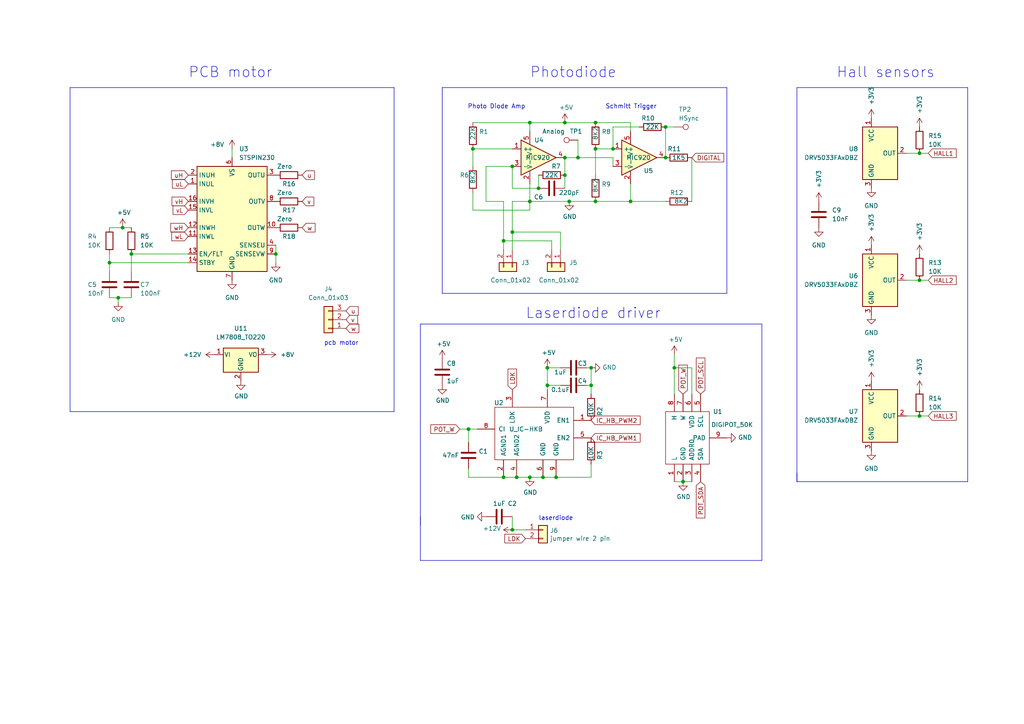
<source format=kicad_sch>
(kicad_sch (version 20230121) (generator eeschema)
  (paper "A4")
  (lib_symbols
    (symbol "Connector:TestPoint" (pin_numbers hide) (pin_names (offset 0.762) hide)
      (property "Reference" "TP" (at 0 6.858 0))
      (property "Value" "TestPoint" (at 0 5.08 0))
      (symbol "TestPoint_0_1"
        (circle (center 0 3.302) (radius 0.762))
      )
      (symbol "TestPoint_1_1"
        (pin passive line (at 0 0 90) (length 2.54) (name "1") (number "1"))
      )
    )
    (symbol "Connector_Generic:Conn_01x02" (pin_names (offset 1.016) hide)
      (property "Reference" "J" (at 0 2.54 0))
      (property "Value" "Conn_01x02" (at 0 -5.08 0))
      (symbol "Conn_01x02_1_1"
        (rectangle (start -1.27 -2.413) (end 0 -2.667) (stroke (width 0.1524)))
        (rectangle (start -1.27 0.127) (end 0 -0.127) (stroke (width 0.1524)))
        (rectangle (start -1.27 1.27) (end 1.27 -3.81) (stroke (width 0.254)) (fill (type background)))
        (pin passive line (at -5.08 0 0) (length 3.81) (name "Pin_1") (number "1"))
        (pin passive line (at -5.08 -2.54 0) (length 3.81) (name "Pin_2") (number "2"))
      )
    )
    (symbol "Connector_Generic:Conn_01x03" (pin_names (offset 1.016) hide)
      (property "Reference" "J" (at 0 5.08 0))
      (property "Value" "Conn_01x03" (at 0 -5.08 0))
      (symbol "Conn_01x03_1_1"
        (rectangle (start -1.27 -2.413) (end 0 -2.667) (stroke (width 0.1524)))
        (rectangle (start -1.27 0.127) (end 0 -0.127) (stroke (width 0.1524)))
        (rectangle (start -1.27 2.667) (end 0 2.413) (stroke (width 0.1524)))
        (rectangle (start -1.27 3.81) (end 1.27 -3.81) (stroke (width 0.254)) (fill (type background)))
        (pin passive line (at -5.08 2.54 0) (length 3.81) (name "Pin_1") (number "1"))
        (pin passive line (at -5.08 0 0) (length 3.81) (name "Pin_2") (number "2"))
        (pin passive line (at -5.08 -2.54 0) (length 3.81) (name "Pin_3") (number "3"))
      )
    )
    (symbol "Device:C" (pin_numbers hide) (pin_names (offset 0.254))
      (property "Reference" "C" (at 0.635 2.54 0))
      (property "Value" "C" (at 0.635 -2.54 0))
      (symbol "C_0_1"
        (polyline (pts (xy -2.032 -0.762) (xy 2.032 -0.762)) (stroke (width 0.508)))
        (polyline (pts (xy -2.032 0.762) (xy 2.032 0.762)) (stroke (width 0.508)))
      )
      (symbol "C_1_1"
        (pin passive line (at 0 3.81 270) (length 2.794) (name "~") (number "1"))
        (pin passive line (at 0 -3.81 90) (length 2.794) (name "~") (number "2"))
      )
    )
    (symbol "Device:R" (pin_numbers hide) (pin_names (offset 0))
      (property "Reference" "R" (at 2.032 0 90))
      (property "Value" "R" (at 0 0 90))
      (symbol "R_0_1"
        (rectangle (start -1.016 -2.54) (end 1.016 2.54) (stroke (width 0.254)))
      )
      (symbol "R_1_1"
        (pin passive line (at 0 3.81 270) (length 1.27) (name "~") (number "1"))
        (pin passive line (at 0 -3.81 90) (length 1.27) (name "~") (number "2"))
      )
    )
    (symbol "Driver_Motor:STSPIN230"
      (property "Reference" "U" (at -10.16 16.51 0))
      (property "Value" "STSPIN230" (at 2.54 16.51 0))
      (symbol "STSPIN230_0_1"
        (rectangle (start -10.16 15.24) (end 10.16 -15.24) (stroke (width 0.254)) (fill (type background)))
      )
      (symbol "STSPIN230_1_1"
        (pin input line (at -12.7 10.16 0) (length 2.54) (name "INUL") (number "1"))
        (pin power_out line (at 12.7 -2.54 180) (length 2.54) (name "OUTW") (number "10"))
        (pin input line (at -12.7 -5.08 0) (length 2.54) (name "INWL") (number "11"))
        (pin input line (at -12.7 -2.54 0) (length 2.54) (name "INWH") (number "12"))
        (pin bidirectional line (at -12.7 -10.16 0) (length 2.54) (name "EN/FLT") (number "13"))
        (pin input line (at -12.7 -12.7 0) (length 2.54) (name "STBY") (number "14"))
        (pin input line (at -12.7 2.54 0) (length 2.54) (name "INVL") (number "15"))
        (pin input line (at -12.7 5.08 0) (length 2.54) (name "INVH") (number "16"))
        (pin passive line (at 0 -17.78 90) (length 2.54) hide (name "GND") (number "17"))
        (pin input line (at -12.7 12.7 0) (length 2.54) (name "INUH") (number "2"))
        (pin power_out line (at 12.7 12.7 180) (length 2.54) (name "OUTU") (number "3"))
        (pin input line (at 12.7 -7.62 180) (length 2.54) (name "SENSEU") (number "4"))
        (pin no_connect line (at 2.54 -15.24 90) (length 2.54) hide (name "NC") (number "5"))
        (pin power_in line (at 0 17.78 270) (length 2.54) (name "VS") (number "6"))
        (pin power_in line (at 0 -17.78 90) (length 2.54) (name "GND") (number "7"))
        (pin power_out line (at 12.7 5.08 180) (length 2.54) (name "OUTV") (number "8"))
        (pin input line (at 12.7 -10.16 180) (length 2.54) (name "SENSEVW") (number "9"))
      )
    )
    (symbol "Regulator_Linear:LM7805_TO220" (pin_names (offset 0.254))
      (property "Reference" "U" (at -3.81 3.175 0))
      (property "Value" "LM7805_TO220" (at 0 3.175 0))
      (symbol "LM7805_TO220_0_1"
        (rectangle (start -5.08 1.905) (end 5.08 -5.08) (stroke (width 0.254)) (fill (type background)))
      )
      (symbol "LM7805_TO220_1_1"
        (pin power_in line (at -7.62 0 0) (length 2.54) (name "VI") (number "1"))
        (pin power_in line (at 0 -7.62 90) (length 2.54) (name "GND") (number "2"))
        (pin power_out line (at 7.62 0 180) (length 2.54) (name "VO") (number "3"))
      )
    )
    (symbol "Sensor_Magnetic:DRV5033FAxDBZ"
      (property "Reference" "U" (at 2.54 12.7 0))
      (property "Value" "DRV5033FAxDBZ" (at 2.54 10.16 0))
      (symbol "DRV5033FAxDBZ_1_1"
        (rectangle (start -5.08 7.62) (end 5.08 -7.62) (stroke (width 0.254)) (fill (type background)))
        (pin power_in line (at -2.54 10.16 270) (length 2.54) (name "VCC") (number "1"))
        (pin output line (at 7.62 0 180) (length 2.54) (name "OUT") (number "2"))
        (pin power_in line (at -2.54 -10.16 90) (length 2.54) (name "GND") (number "3"))
      )
    )
    (symbol "power:+12V" (power) (pin_names (offset 0))
      (property "Value" "+12V" (at 0 3.556 0))
      (symbol "+12V_0_1"
        (polyline (pts (xy -0.762 1.27) (xy 0 2.54)))
        (polyline (pts (xy 0 0) (xy 0 2.54)))
        (polyline (pts (xy 0 2.54) (xy 0.762 1.27)))
      )
      (symbol "+12V_1_1"
        (pin power_in line (at 0 0 90) (length 0) hide (name "+12V") (number "1"))
      )
    )
    (symbol "power:+3V3" (power) (pin_names (offset 0))
      (property "Value" "+3V3" (at 0 3.556 0))
      (symbol "+3V3_0_1"
        (polyline (pts (xy -0.762 1.27) (xy 0 2.54)))
        (polyline (pts (xy 0 0) (xy 0 2.54)))
        (polyline (pts (xy 0 2.54) (xy 0.762 1.27)))
      )
      (symbol "+3V3_1_1"
        (pin power_in line (at 0 0 90) (length 0) hide (name "+3V3") (number "1"))
      )
    )
    (symbol "power:+5V" (power) (pin_names (offset 0))
      (property "Value" "+5V" (at 0 3.556 0))
      (symbol "+5V_0_1"
        (polyline (pts (xy -0.762 1.27) (xy 0 2.54)))
        (polyline (pts (xy 0 0) (xy 0 2.54)))
        (polyline (pts (xy 0 2.54) (xy 0.762 1.27)))
      )
      (symbol "+5V_1_1"
        (pin power_in line (at 0 0 90) (length 0) hide (name "+5V") (number "1"))
      )
    )
    (symbol "power:+8V" (power) (pin_names (offset 0))
      (property "Value" "+8V" (at 0 3.556 0))
      (symbol "+8V_0_1"
        (polyline (pts (xy -0.762 1.27) (xy 0 2.54)))
        (polyline (pts (xy 0 0) (xy 0 2.54)))
        (polyline (pts (xy 0 2.54) (xy 0.762 1.27)))
      )
      (symbol "+8V_1_1"
        (pin power_in line (at 0 0 90) (length 0) hide (name "+8V") (number "1"))
      )
    )
    (symbol "power:GND" (power) (pin_names (offset 0))
      (property "Value" "GND" (at 0 -3.81 0))
      (symbol "GND_0_1"
        (polyline (pts (xy 0 0) (xy 0 -1.27) (xy 1.27 -1.27) (xy 0 -2.54) (xy -1.27 -1.27) (xy 0 -1.27)))
      )
      (symbol "GND_1_1"
        (pin power_in line (at 0 0 270) (length 0) hide (name "GND") (number "1"))
      )
    )
    (symbol "scanhead_library:DIGIPOT_50K" (pin_names (offset 1.016))
      (property "Reference" "U" (at 0 5.08 0))
      (property "Value" "DIGIPOT_50K" (at 0 1.27 0))
      (symbol "DIGIPOT_50K_0_1"
        (rectangle (start -7.62 0) (end 7.62 -12.7))
      )
      (symbol "DIGIPOT_50K_1_1"
        (pin input line (at -12.7 -2.54 0) (length 5.08) (name "L") (number "1"))
        (pin input line (at -12.7 -5.08 0) (length 5.08) (name "GND") (number "2"))
        (pin input line (at -12.7 -7.62 0) (length 5.08) (name "ADDR0") (number "3"))
        (pin input line (at -12.7 -10.16 0) (length 5.08) (name "SDA") (number "4"))
        (pin input line (at 12.7 -10.16 180) (length 5.08) (name "SCL") (number "5"))
        (pin input line (at 12.7 -7.62 180) (length 5.08) (name "VDD") (number "6"))
        (pin input line (at 12.7 -5.08 180) (length 5.08) (name "W") (number "7"))
        (pin input line (at 12.7 -2.54 180) (length 5.08) (name "H") (number "8"))
        (pin input line (at 0 -17.78 90) (length 5.08) (name "PAD") (number "9"))
      )
    )
    (symbol "scanhead_library:MIC920"
      (property "Reference" "U" (at 1.27 5.08 0))
      (property "Value" "MIC920" (at 0 0 0))
      (symbol "MIC920_0_1"
        (polyline (pts (xy -5.08 5.08) (xy 5.08 0) (xy -5.08 -5.08) (xy -5.08 5.08)) (stroke (width 0.254)) (fill (type background)))
      )
      (symbol "MIC920_1_1"
        (pin input line (at -7.62 2.54 0) (length 2.54) (name "+") (number "1"))
        (pin input line (at -2.54 -7.62 90) (length 3.81) (name "V-") (number "2"))
        (pin input line (at -7.62 -2.54 0) (length 2.54) (name "-") (number "3"))
        (pin output line (at 7.62 0 180) (length 2.54) (name "~") (number "4"))
        (pin input line (at -2.54 7.62 270) (length 3.81) (name "V+") (number "5"))
      )
    )
    (symbol "scanhead_library:U_IC-HKB" (pin_names (offset 1.016))
      (property "Reference" "U" (at -12.7 8.89 0))
      (property "Value" "U_IC-HKB" (at 0 0 0))
      (symbol "U_IC-HKB_0_1"
        (rectangle (start -11.43 6.35) (end 11.43 -8.89))
      )
      (symbol "U_IC-HKB_1_1"
        (pin input line (at 16.51 2.54 180) (length 5.08) (name "EN1") (number "1"))
        (pin input line (at -8.89 -13.97 90) (length 5.08) (name "AGND1") (number "2"))
        (pin input line (at -6.35 11.43 270) (length 5.08) (name "LDK") (number "3"))
        (pin input line (at -5.08 -13.97 90) (length 5.08) (name "AGND2") (number "4"))
        (pin input line (at 16.51 -2.54 180) (length 5.08) (name "EN2") (number "5"))
        (pin input line (at 2.54 -13.97 90) (length 5.08) (name "GND") (number "6"))
        (pin input line (at 3.81 11.43 270) (length 5.08) (name "VDD") (number "7"))
        (pin input line (at -16.51 0 0) (length 5.08) (name "CI") (number "8"))
        (pin input line (at 6.35 -13.97 90) (length 5.08) (name "GND") (number "9"))
      )
    )
  )
  (junction (at 193.04 36.83))
  (junction (at 156.21 54.61))
  (junction (at 171.45 106.68))
  (junction (at 148.59 153.67))
  (junction (at 135.89 124.46))
  (junction (at 158.75 106.68))
  (junction (at 163.83 50.8))
  (junction (at 161.29 138.43))
  (junction (at 163.83 45.72))
  (junction (at 149.86 138.43))
  (junction (at 266.7 120.65))
  (junction (at 146.05 69.85))
  (junction (at 266.7 81.28))
  (junction (at 158.75 111.76))
  (junction (at 146.05 138.43))
  (junction (at 31.75 76.2))
  (junction (at 172.72 43.18))
  (junction (at 157.48 138.43))
  (junction (at 148.59 67.31))
  (junction (at 153.67 35.56))
  (junction (at 198.12 139.7))
  (junction (at 171.45 111.76))
  (junction (at 182.88 58.42))
  (junction (at 163.83 35.56))
  (junction (at 193.04 45.72))
  (junction (at 153.67 138.43))
  (junction (at 172.72 58.42))
  (junction (at 177.8 43.18))
  (junction (at 167.64 45.72))
  (junction (at 195.58 106.68))
  (junction (at 34.29 86.36))
  (junction (at 172.72 35.56))
  (junction (at 266.7 44.45))
  (junction (at 165.1 58.42))
  (junction (at 35.56 66.04))
  (junction (at 153.67 58.42))
  (junction (at 80.01 73.66))
  (junction (at 148.59 48.26))
  (junction (at 38.1 73.66))
  (junction (at 137.16 43.18))
  (wire (pts (xy 158.75 111.76) (xy 158.75 106.68)))
  (wire (pts (xy 195.58 36.83) (xy 193.04 36.83)))
  (wire (pts (xy 200.66 106.68) (xy 200.66 114.3)))
  (wire (pts (xy 185.42 36.83) (xy 177.8 36.83)))
  (wire (pts (xy 31.75 66.04) (xy 35.56 66.04)))
  (wire (pts (xy 135.89 124.46) (xy 133.35 124.46)))
  (wire (pts (xy 153.67 38.1) (xy 153.67 35.56)))
  (wire (pts (xy 193.04 36.83) (xy 193.04 45.72)))
  (polyline (pts (xy 121.92 149.86) (xy 121.92 152.4)))
  (wire (pts (xy 35.56 66.04) (xy 38.1 66.04)))
  (wire (pts (xy 31.75 76.2) (xy 31.75 73.66)))
  (wire (pts (xy 135.89 124.46) (xy 135.89 128.27)))
  (wire (pts (xy 167.64 40.64) (xy 167.64 45.72)))
  (wire (pts (xy 153.67 35.56) (xy 163.83 35.56)))
  (wire (pts (xy 148.59 149.86) (xy 148.59 153.67)))
  (wire (pts (xy 34.29 86.36) (xy 38.1 86.36)))
  (wire (pts (xy 177.8 43.18) (xy 172.72 43.18)))
  (polyline (pts (xy 231.14 139.7) (xy 231.14 25.4)))
  (wire (pts (xy 156.21 54.61) (xy 148.59 54.61)))
  (wire (pts (xy 140.97 58.42) (xy 146.05 58.42)))
  (polyline (pts (xy 220.98 93.98) (xy 220.98 162.56)))
  (polyline (pts (xy 231.14 137.16) (xy 231.14 139.7)))
  (wire (pts (xy 161.29 138.43) (xy 171.45 138.43)))
  (wire (pts (xy 31.75 76.2) (xy 31.75 78.74)))
  (wire (pts (xy 182.88 58.42) (xy 172.72 58.42)))
  (wire (pts (xy 135.89 138.43) (xy 146.05 138.43)))
  (wire (pts (xy 137.16 43.18) (xy 148.59 43.18)))
  (polyline (pts (xy 121.92 93.98) (xy 220.98 93.98)))
  (wire (pts (xy 137.16 60.96) (xy 153.67 60.96)))
  (polyline (pts (xy 128.27 25.4) (xy 128.27 85.09)))
  (wire (pts (xy 262.89 120.65) (xy 266.7 120.65)))
  (wire (pts (xy 200.66 58.42) (xy 200.66 45.72)))
  (wire (pts (xy 171.45 138.43) (xy 171.45 134.62)))
  (wire (pts (xy 146.05 58.42) (xy 146.05 69.85)))
  (wire (pts (xy 171.45 114.3) (xy 171.45 111.76)))
  (wire (pts (xy 148.59 54.61) (xy 148.59 48.26)))
  (wire (pts (xy 137.16 55.88) (xy 137.16 60.96)))
  (wire (pts (xy 148.59 67.31) (xy 162.56 67.31)))
  (wire (pts (xy 158.75 113.03) (xy 158.75 111.76)))
  (wire (pts (xy 162.56 67.31) (xy 162.56 72.39)))
  (wire (pts (xy 163.83 35.56) (xy 172.72 35.56)))
  (polyline (pts (xy 128.27 25.4) (xy 210.82 25.4)))
  (wire (pts (xy 80.01 73.66) (xy 80.01 76.2)))
  (wire (pts (xy 163.83 50.8) (xy 163.83 45.72)))
  (polyline (pts (xy 114.3 119.38) (xy 20.32 119.38)))
  (wire (pts (xy 146.05 138.43) (xy 149.86 138.43)))
  (wire (pts (xy 262.89 44.45) (xy 266.7 44.45)))
  (wire (pts (xy 135.89 135.89) (xy 135.89 138.43)))
  (wire (pts (xy 148.59 67.31) (xy 148.59 58.42)))
  (wire (pts (xy 165.1 58.42) (xy 172.72 58.42)))
  (wire (pts (xy 158.75 106.68) (xy 162.56 106.68)))
  (wire (pts (xy 171.45 111.76) (xy 170.18 111.76)))
  (wire (pts (xy 177.8 45.72) (xy 177.8 48.26)))
  (wire (pts (xy 153.67 58.42) (xy 153.67 53.34)))
  (wire (pts (xy 153.67 35.56) (xy 137.16 35.56)))
  (wire (pts (xy 262.89 81.28) (xy 266.7 81.28)))
  (polyline (pts (xy 280.67 25.4) (xy 280.67 139.7)))
  (wire (pts (xy 146.05 69.85) (xy 160.02 69.85)))
  (wire (pts (xy 38.1 73.66) (xy 38.1 78.74)))
  (wire (pts (xy 160.02 69.85) (xy 160.02 72.39)))
  (wire (pts (xy 149.86 138.43) (xy 153.67 138.43)))
  (wire (pts (xy 148.59 72.39) (xy 148.59 67.31)))
  (polyline (pts (xy 210.82 85.09) (xy 128.27 85.09)))
  (wire (pts (xy 163.83 54.61) (xy 163.83 50.8)))
  (wire (pts (xy 34.29 86.36) (xy 34.29 87.63)))
  (polyline (pts (xy 210.82 25.4) (xy 210.82 85.09)))
  (polyline (pts (xy 121.92 162.56) (xy 121.92 93.98)))
  (wire (pts (xy 182.88 38.1) (xy 182.88 35.56)))
  (polyline (pts (xy 20.32 25.4) (xy 114.3 25.4)))
  (wire (pts (xy 137.16 48.26) (xy 137.16 43.18)))
  (wire (pts (xy 157.48 138.43) (xy 161.29 138.43)))
  (wire (pts (xy 200.66 139.7) (xy 198.12 139.7)))
  (wire (pts (xy 266.7 44.45) (xy 269.24 44.45)))
  (wire (pts (xy 38.1 73.66) (xy 54.61 73.66)))
  (wire (pts (xy 195.58 102.87) (xy 195.58 106.68)))
  (polyline (pts (xy 114.3 25.4) (xy 114.3 119.38)))
  (wire (pts (xy 200.66 106.68) (xy 195.58 106.68)))
  (wire (pts (xy 152.4 153.67) (xy 148.59 153.67)))
  (wire (pts (xy 163.83 45.72) (xy 167.64 45.72)))
  (wire (pts (xy 140.97 58.42) (xy 140.97 48.26)))
  (wire (pts (xy 135.89 124.46) (xy 138.43 124.46)))
  (wire (pts (xy 266.7 120.65) (xy 269.24 120.65)))
  (polyline (pts (xy 280.67 139.7) (xy 231.14 139.7)))
  (wire (pts (xy 31.75 86.36) (xy 34.29 86.36)))
  (wire (pts (xy 266.7 81.28) (xy 269.24 81.28)))
  (polyline (pts (xy 231.14 25.4) (xy 280.67 25.4)))
  (wire (pts (xy 67.31 43.18) (xy 67.31 45.72)))
  (wire (pts (xy 158.75 111.76) (xy 162.56 111.76)))
  (wire (pts (xy 146.05 69.85) (xy 146.05 72.39)))
  (wire (pts (xy 80.01 71.12) (xy 80.01 73.66)))
  (wire (pts (xy 193.04 58.42) (xy 182.88 58.42)))
  (wire (pts (xy 182.88 53.34) (xy 182.88 58.42)))
  (wire (pts (xy 153.67 138.43) (xy 157.48 138.43)))
  (polyline (pts (xy 220.98 162.56) (xy 121.92 162.56)))
  (wire (pts (xy 153.67 60.96) (xy 153.67 58.42)))
  (wire (pts (xy 195.58 139.7) (xy 198.12 139.7)))
  (wire (pts (xy 177.8 36.83) (xy 177.8 43.18)))
  (wire (pts (xy 171.45 111.76) (xy 171.45 106.68)))
  (wire (pts (xy 171.45 106.68) (xy 170.18 106.68)))
  (wire (pts (xy 153.67 58.42) (xy 165.1 58.42)))
  (polyline (pts (xy 20.32 25.4) (xy 20.32 119.38)))
  (wire (pts (xy 140.97 48.26) (xy 148.59 48.26)))
  (wire (pts (xy 54.61 76.2) (xy 31.75 76.2)))
  (wire (pts (xy 167.64 45.72) (xy 177.8 45.72)))
  (wire (pts (xy 195.58 106.68) (xy 195.58 114.3)))
  (wire (pts (xy 148.59 58.42) (xy 153.67 58.42)))
  (wire (pts (xy 172.72 35.56) (xy 182.88 35.56)))
  (wire (pts (xy 172.72 50.8) (xy 172.72 43.18)))
  (wire (pts (xy 156.21 50.8) (xy 156.21 54.61)))
  (text "pcb motor" (at 93.98 100.33 0) (effects (font (size 1.27 1.27)) (justify left bottom)))
  (text "Photo Diode Amp" (at 152.4 31.75 0) (effects (font (size 1.27 1.27)) (justify right bottom)))
  (text "Laserdiode driver" (at 152.4 92.71 0) (effects (font (size 3 3)) (justify left bottom)))
  (text "Schmitt Trigger" (at 190.5 31.75 0) (effects (font (size 1.27 1.27)) (justify right bottom)))
  (text "laserdiode" (at 156.21 151.13 0) (effects (font (size 1.27 1.27)) (justify left bottom)))
  (text "PCB motor" (at 54.61 22.86 0) (effects (font (size 3 3)) (justify left bottom)))
  (text "Photodiode" (at 153.67 22.86 0) (effects (font (size 3 3)) (justify left bottom)))
  (text "Hall sensors" (at 242.57 22.86 0) (effects (font (size 3 3)) (justify left bottom)))
  (global_label "POT_SCL" (shape input) (at 203.2 114.3 90) (property "Intersheetrefs" "${INTERSHEET_REFS}" (effects hide)))
  (global_label "POT_W" (shape input) (at 133.35 124.46 180) (property "Intersheetrefs" "${INTERSHEET_REFS}" (effects hide)))
  (global_label "u" (shape input) (at 100.33 90.17 0) (property "Intersheetrefs" "${INTERSHEET_REFS}" (effects hide)))
  (global_label "IC_HB_PWM1" (shape input) (at 171.45 127 0) (property "Intersheetrefs" "${INTERSHEET_REFS}" (effects hide)))
  (global_label "LDK" (shape input) (at 152.4 156.21 180) (property "Intersheetrefs" "${INTERSHEET_REFS}" (effects hide)))
  (global_label "HALL3" (shape input) (at 269.24 120.65 0) (property "Intersheetrefs" "${INTERSHEET_REFS}" (effects hide)))
  (global_label "DIGITAL" (shape input) (at 200.66 45.72 0) (property "Intersheetrefs" "${INTERSHEET_REFS}" (effects hide)))
  (global_label "HALL2" (shape input) (at 269.24 81.28 0) (property "Intersheetrefs" "${INTERSHEET_REFS}" (effects hide)))
  (global_label "POT_W" (shape input) (at 198.12 114.3 90) (property "Intersheetrefs" "${INTERSHEET_REFS}" (effects hide)))
  (global_label "uL" (shape input) (at 54.61 53.34 180) (property "Intersheetrefs" "${INTERSHEET_REFS}" (effects hide)))
  (global_label "wH" (shape input) (at 54.61 66.04 180) (property "Intersheetrefs" "${INTERSHEET_REFS}" (effects hide)))
  (global_label "HALL1" (shape input) (at 269.24 44.45 0) (property "Intersheetrefs" "${INTERSHEET_REFS}" (effects hide)))
  (global_label "vH" (shape input) (at 54.61 58.42 180) (property "Intersheetrefs" "${INTERSHEET_REFS}" (effects hide)))
  (global_label "wL" (shape input) (at 54.61 68.58 180) (property "Intersheetrefs" "${INTERSHEET_REFS}" (effects hide)))
  (global_label "u" (shape input) (at 87.63 50.8 0) (property "Intersheetrefs" "${INTERSHEET_REFS}" (effects hide)))
  (global_label "uH" (shape input) (at 54.61 50.8 180) (property "Intersheetrefs" "${INTERSHEET_REFS}" (effects hide)))
  (global_label "vL" (shape input) (at 54.61 60.96 180) (property "Intersheetrefs" "${INTERSHEET_REFS}" (effects hide)))
  (global_label "IC_HB_PWM2" (shape input) (at 171.45 121.92 0) (property "Intersheetrefs" "${INTERSHEET_REFS}" (effects hide)))
  (global_label "POT_SDA" (shape input) (at 203.2 139.7 270) (property "Intersheetrefs" "${INTERSHEET_REFS}" (effects hide)))
  (global_label "v" (shape input) (at 100.33 92.71 0) (property "Intersheetrefs" "${INTERSHEET_REFS}" (effects hide)))
  (global_label "w" (shape input) (at 100.33 95.25 0) (property "Intersheetrefs" "${INTERSHEET_REFS}" (effects hide)))
  (global_label "LDK" (shape input) (at 148.59 113.03 90) (property "Intersheetrefs" "${INTERSHEET_REFS}" (effects hide)))
  (global_label "v" (shape input) (at 87.63 58.42 0) (property "Intersheetrefs" "${INTERSHEET_REFS}" (effects hide)))
  (global_label "w" (shape input) (at 87.63 66.04 0) (property "Intersheetrefs" "${INTERSHEET_REFS}" (effects hide)))
  (symbol (lib_id "Device:R") (at 83.82 50.8 90) (unit 1)
    (property "Reference" "R16" (at 83.82 53.34 90))
    (property "Value" "Zero" (at 82.55 48.26 90))
    (property "Footprint" "Resistor_SMD:R_0805_2012Metric_Pad1.20x1.40mm_HandSolder" (effects hide))
  )
  (symbol (lib_id "power:GND") (at 128.27 111.76 0) (unit 1)
    (property "Reference" "#PWR0104" (effects hide))
    (property "Value" "GND" (at 128.397 116.1542 0))
  )
  (symbol (lib_id "power:GND") (at 252.73 91.44 0) (unit 1)
    (property "Reference" "#PWR0111" (effects hide))
    (property "Value" "GND" (at 252.73 96.52 0))
  )
  (symbol (lib_id "scanhead_library:MIC920") (at 156.21 45.72 0) (unit 1)
    (property "Reference" "U4" (at 154.94 40.64 0) (effects (justify left)))
    (property "Value" "MIC920" (at 152.4 45.72 0) (effects (justify left)))
    (property "Footprint" "Package_TO_SOT_SMD:SOT-353_SC-70-5_Handsoldering" (effects hide))
    (property "Datasheet" "https://nl.farnell.com/microchip/mic920yc5-tr/opamp-80mhz-40-to-85deg-c/dp/2920854?st=MIC920YC5-TR" (effects hide))
  )
  (symbol (lib_id "power:GND") (at 34.29 87.63 0) (unit 1)
    (property "Reference" "#PWR011" (effects hide))
    (property "Value" "GND" (at 34.29 92.71 0))
  )
  (symbol (lib_id "Device:C") (at 237.49 62.23 0) (unit 1)
    (property "Reference" "C9" (at 241.3 60.9599 0) (effects (justify left)))
    (property "Value" "10nF" (at 241.3 63.4999 0) (effects (justify left)))
    (property "Footprint" "Capacitor_SMD:C_0805_2012Metric_Pad1.18x1.45mm_HandSolder" (effects hide))
  )
  (symbol (lib_id "Device:R") (at 189.23 36.83 270) (unit 1)
    (property "Reference" "R10" (at 187.96 34.29 90))
    (property "Value" "22K" (at 189.23 36.83 90))
    (property "Footprint" "Resistor_SMD:R_0805_2012Metric_Pad1.20x1.40mm_HandSolder" (effects hide))
  )
  (symbol (lib_id "power:GND") (at 153.67 138.43 0) (unit 1)
    (property "Reference" "#PWR09" (effects hide))
    (property "Value" "GND" (at 153.797 142.8242 0))
  )
  (symbol (lib_id "scanhead_library:U_IC-HKB") (at 154.94 124.46 0) (unit 1)
    (property "Reference" "U2" (at 146.05 116.84 0) (effects (justify right)))
    (property "Value" "U_IC-HKB" (at 157.48 124.46 0) (effects (justify right)))
    (property "Footprint" "sockets_scanhead:ICHKB" (effects hide))
    (property "Datasheet" "https://www.ichaus.de/upload/pdf/HK_datasheet_F2en.pdf" (effects hide))
  )
  (symbol (lib_id "power:+3V3") (at 252.73 71.12 0) (unit 1)
    (property "Reference" "#PWR019" (effects hide))
    (property "Value" "+3V3" (at 252.73 67.31 90) (effects (justify left)))
    (instances (project "scanhead_pcb" (path "" (reference "#PWR019") (unit 1)) (path "" (reference "#PWR032") (unit 1))))
  )
  (symbol (lib_id "Device:R") (at 31.75 69.85 0) (unit 1)
    (property "Reference" "R4" (at 25.4 68.58 0) (effects (justify left)))
    (property "Value" "10K" (at 25.4 71.12 0) (effects (justify left)))
    (property "Footprint" "Resistor_SMD:R_0805_2012Metric_Pad1.20x1.40mm_HandSolder" (effects hide))
  )
  (symbol (lib_id "scanhead_library:DIGIPOT_50K") (at 193.04 127 90) (unit 1)
    (property "Reference" "U1" (at 209.55 119.38 90) (effects (justify left)))
    (property "Value" "DIGIPOT_50K" (at 218.44 123.19 90) (effects (justify left)))
    (property "Footprint" "sockets_scanhead:TDFN-8-1EP" (effects hide))
    (property "Datasheet" "http://www.farnell.com/datasheets/2297485.pdf" (effects hide))
  )
  (symbol (lib_id "Device:R") (at 266.7 116.84 0) (unit 1)
    (property "Reference" "R14" (at 269.24 115.5699 0) (effects (justify left)))
    (property "Value" "10K" (at 269.24 118.1099 0) (effects (justify left)))
    (property "Footprint" "Resistor_SMD:R_0805_2012Metric_Pad1.20x1.40mm_HandSolder" (effects hide))
  )
  (symbol (lib_id "power:GND") (at 171.45 106.68 90) (unit 1)
    (property "Reference" "#PWR017" (effects hide))
    (property "Value" "GND" (at 174.7012 106.553 90) (effects (justify right)))
  )
  (symbol (lib_id "Device:R") (at 196.85 45.72 270) (unit 1)
    (property "Reference" "R11" (at 195.58 43.18 90))
    (property "Value" "1K5" (at 196.85 45.72 90))
    (property "Footprint" "Resistor_SMD:R_0805_2012Metric_Pad1.20x1.40mm_HandSolder" (effects hide))
  )
  (symbol (lib_id "Regulator_Linear:LM7805_TO220") (at 69.85 102.87 0) (unit 1)
    (property "Reference" "U11" (at 69.85 95.25 0))
    (property "Value" "LM7808_TO220" (at 69.85 97.79 0))
    (property "Footprint" "Package_TO_SOT_THT:TO-220-3_Vertical" (effects hide))
    (property "Datasheet" "https://www.onsemi.cn/PowerSolutions/document/MC7800-D.PDF" (effects hide))
  )
  (symbol (lib_id "scanhead_library:MIC920") (at 185.42 45.72 0) (unit 1)
    (property "Reference" "U5" (at 186.69 49.53 0) (effects (justify left)))
    (property "Value" "MIC920" (at 181.61 45.72 0) (effects (justify left)))
    (property "Footprint" "Package_TO_SOT_SMD:SOT-353_SC-70-5_Handsoldering" (effects hide))
    (property "Datasheet" "https://nl.farnell.com/microchip/mic920yc5-tr/opamp-80mhz-40-to-85deg-c/dp/2920854?st=MIC920YC5-TR" (effects hide))
  )
  (symbol (lib_id "power:GND") (at 252.73 130.81 0) (unit 1)
    (property "Reference" "#PWR0106" (effects hide))
    (property "Value" "GND" (at 252.73 135.89 0))
  )
  (symbol (lib_id "power:+8V") (at 67.31 43.18 0) (unit 1)
    (property "Reference" "#PWR023" (effects hide))
    (property "Value" "+8V" (at 60.96 41.91 0) (effects (justify left)))
  )
  (symbol (lib_id "power:GND") (at 252.73 54.61 0) (unit 1)
    (property "Reference" "#PWR0108" (effects hide))
    (property "Value" "GND" (at 252.73 59.69 0))
  )
  (symbol (lib_id "Driver_Motor:STSPIN230") (at 67.31 63.5 0) (unit 1)
    (property "Reference" "U3" (at 69.3294 43.18 0) (effects (justify left)))
    (property "Value" "STSPIN230" (at 69.3294 45.72 0) (effects (justify left)))
    (property "Footprint" "Package_DFN_QFN:VQFN-16-1EP_3x3mm_P0.5mm_EP1.8x1.8mm" (effects hide))
    (property "Datasheet" "www.st.com/resource/en/datasheet/stspin230.pdf" (effects hide))
  )
  (symbol (lib_id "Device:R") (at 83.82 66.04 90) (unit 1)
    (property "Reference" "R18" (at 83.82 68.58 90))
    (property "Value" "Zero" (at 82.55 63.5 90))
    (property "Footprint" "Resistor_SMD:R_0805_2012Metric_Pad1.20x1.40mm_HandSolder" (effects hide))
  )
  (symbol (lib_id "Device:R") (at 137.16 52.07 180) (unit 1)
    (property "Reference" "R6" (at 133.35 50.8 0) (effects (justify right)))
    (property "Value" "8K2" (at 137.16 53.34 90) (effects (justify right)))
    (property "Footprint" "Resistor_SMD:R_0805_2012Metric_Pad1.20x1.40mm_HandSolder" (effects hide))
  )
  (symbol (lib_id "power:+8V") (at 77.47 102.87 270) (unit 1)
    (property "Reference" "#PWR025" (effects hide))
    (property "Value" "+8V" (at 81.28 102.8699 90) (effects (justify left)))
  )
  (symbol (lib_id "Device:R") (at 172.72 54.61 180) (unit 1)
    (property "Reference" "R9" (at 174.498 53.4416 0) (effects (justify right)))
    (property "Value" "8K2" (at 172.72 55.88 90) (effects (justify right)))
    (property "Footprint" "Resistor_SMD:R_0805_2012Metric_Pad1.20x1.40mm_HandSolder" (effects hide))
  )
  (symbol (lib_id "power:GND") (at 67.31 81.28 0) (unit 1)
    (property "Reference" "#PWR020" (effects hide))
    (property "Value" "GND" (at 67.31 86.36 0))
  )
  (symbol (lib_id "power:GND") (at 80.01 76.2 0) (unit 1)
    (property "Reference" "#PWR021" (effects hide))
    (property "Value" "GND" (at 80.01 81.28 0))
  )
  (symbol (lib_id "Device:C") (at 135.89 132.08 180) (unit 1)
    (property "Reference" "C1" (at 138.811 130.9116 0) (effects (justify right)))
    (property "Value" "47nF" (at 128.27 132.08 0) (effects (justify right)))
    (property "Footprint" "Capacitor_SMD:C_0805_2012Metric_Pad1.18x1.45mm_HandSolder" (effects hide))
  )
  (symbol (lib_id "Device:R") (at 266.7 77.47 0) (unit 1)
    (property "Reference" "R13" (at 269.24 76.1999 0) (effects (justify left)))
    (property "Value" "10K" (at 269.24 78.7399 0) (effects (justify left)))
    (property "Footprint" "Resistor_SMD:R_0805_2012Metric_Pad1.20x1.40mm_HandSolder" (effects hide))
  )
  (symbol (lib_id "Device:R") (at 266.7 40.64 0) (unit 1)
    (property "Reference" "R15" (at 269.24 39.3699 0) (effects (justify left)))
    (property "Value" "10K" (at 269.24 41.9099 0) (effects (justify left)))
    (property "Footprint" "Resistor_SMD:R_0805_2012Metric_Pad1.20x1.40mm_HandSolder" (effects hide))
  )
  (symbol (lib_id "Device:C") (at 160.02 54.61 270) (unit 1)
    (property "Reference" "C6" (at 156.21 57.15 90))
    (property "Value" "220pF" (at 165.1 55.88 90))
    (property "Footprint" "Capacitor_SMD:C_0805_2012Metric_Pad1.18x1.45mm_HandSolder" (effects hide))
  )
  (symbol (lib_id "power:+5V") (at 128.27 104.14 0) (unit 1)
    (property "Reference" "#PWR0103" (effects hide))
    (property "Value" "+5V" (at 128.651 99.7458 0))
  )
  (symbol (lib_id "Device:C") (at 38.1 82.55 0) (unit 1)
    (property "Reference" "C7" (at 40.64 82.55 0) (effects (justify left)))
    (property "Value" "100nF" (at 40.64 85.09 0) (effects (justify left)))
    (property "Footprint" "Capacitor_SMD:C_0805_2012Metric_Pad1.18x1.45mm_HandSolder" (effects hide))
  )
  (symbol (lib_id "power:+5V") (at 195.58 102.87 0) (unit 1)
    (property "Reference" "#PWR01" (effects hide))
    (property "Value" "+5V" (at 195.961 98.4758 0))
  )
  (symbol (lib_id "power:GND") (at 165.1 58.42 0) (unit 1)
    (property "Reference" "#PWR0101" (effects hide))
    (property "Value" "GND" (at 165.227 62.8142 0))
  )
  (symbol (lib_id "power:+5V") (at 163.83 35.56 0) (unit 1)
    (property "Reference" "#PWR0102" (effects hide))
    (property "Value" "+5V" (at 164.211 31.1658 0))
  )
  (symbol (lib_id "power:GND") (at 198.12 139.7 0) (unit 1)
    (property "Reference" "#PWR02" (effects hide))
    (property "Value" "GND" (at 198.247 144.0942 0))
  )
  (symbol (lib_id "power:+3V3") (at 237.49 58.42 0) (unit 1)
    (property "Reference" "#PWR019" (effects hide))
    (property "Value" "+3V3" (at 237.49 54.61 90) (effects (justify left)))
    (instances (project "scanhead_pcb" (path "" (reference "#PWR019") (unit 1)) (path "" (reference "#PWR037") (unit 1))))
  )
  (symbol (lib_id "Sensor_Magnetic:DRV5033FAxDBZ") (at 255.27 120.65 0) (unit 1)
    (property "Reference" "U7" (at 248.92 119.3799 0) (effects (justify right)))
    (property "Value" "DRV5033FAxDBZ" (at 248.92 121.9199 0) (effects (justify right)))
    (property "Footprint" "Package_TO_SOT_SMD:SOT-23" (effects hide))
    (property "Datasheet" "https://www.ti.com/lit/ds/symlink/drv5033.pdf" (effects hide))
  )
  (symbol (lib_id "power:+3V3") (at 266.7 113.03 0) (unit 1)
    (property "Reference" "#PWR019" (effects hide))
    (property "Value" "+3V3" (at 266.7 109.22 90) (effects (justify left)))
    (instances (project "scanhead_pcb" (path "" (reference "#PWR019") (unit 1)) (path "" (reference "#PWR040") (unit 1))))
  )
  (symbol (lib_id "Device:C") (at 166.37 106.68 270) (unit 1)
    (property "Reference" "C3" (at 168.91 105.41 90))
    (property "Value" "1uF" (at 162.56 107.95 90))
    (property "Footprint" "Capacitor_SMD:C_0805_2012Metric_Pad1.18x1.45mm_HandSolder" (effects hide))
  )
  (symbol (lib_id "Sensor_Magnetic:DRV5033FAxDBZ") (at 255.27 81.28 0) (unit 1)
    (property "Reference" "U6" (at 248.92 80.0099 0) (effects (justify right)))
    (property "Value" "DRV5033FAxDBZ" (at 248.92 82.5499 0) (effects (justify right)))
    (property "Footprint" "Package_TO_SOT_SMD:SOT-23" (effects hide))
    (property "Datasheet" "https://www.ti.com/lit/ds/symlink/drv5033.pdf" (effects hide))
  )
  (symbol (lib_id "Device:R") (at 196.85 58.42 270) (unit 1)
    (property "Reference" "R12" (at 194.31 55.88 90) (effects (justify left)))
    (property "Value" "8K2" (at 195.58 58.42 90) (effects (justify left)))
    (property "Footprint" "Resistor_SMD:R_0805_2012Metric_Pad1.20x1.40mm_HandSolder" (effects hide))
  )
  (symbol (lib_id "Device:R") (at 172.72 39.37 180) (unit 1)
    (property "Reference" "R8" (at 174.498 38.2016 0) (effects (justify right)))
    (property "Value" "8K2" (at 172.72 40.64 90) (effects (justify right)))
    (property "Footprint" "Resistor_SMD:R_0805_2012Metric_Pad1.20x1.40mm_HandSolder" (effects hide))
  )
  (symbol (lib_id "power:GND") (at 69.85 110.49 0) (unit 1)
    (property "Reference" "#PWR024" (effects hide))
    (property "Value" "GND" (at 69.977 114.8842 0))
  )
  (symbol (lib_id "power:+12V") (at 148.59 153.67 90) (unit 1)
    (property "Reference" "#PWR014" (effects hide))
    (property "Value" "+12V" (at 145.3388 153.289 90) (effects (justify left)))
  )
  (symbol (lib_id "Device:C") (at 144.78 149.86 90) (unit 1)
    (property "Reference" "C2" (at 148.59 146.05 90))
    (property "Value" "1uF" (at 144.78 146.05 90))
    (property "Footprint" "Capacitor_SMD:C_0805_2012Metric_Pad1.18x1.45mm_HandSolder" (effects hide))
  )
  (symbol (lib_id "Connector:TestPoint") (at 195.58 36.83 270) (unit 1)
    (property "Reference" "TP2" (at 196.85 31.75 90) (effects (justify left)))
    (property "Value" "HSync" (at 196.85 34.29 90) (effects (justify left)))
    (property "Footprint" "TestPoint:TestPoint_Pad_D1.0mm" (effects hide))
  )
  (symbol (lib_id "Connector_Generic:Conn_01x02") (at 157.48 153.67 0) (unit 1)
    (property "Reference" "J6" (at 159.512 153.8732 0) (effects (justify left)))
    (property "Value" "jumper wire 2 pin" (at 159.512 156.1846 0) (effects (justify left)))
    (property "Footprint" "Connector_Molex:Molex_KK-254_AE-6410-02A_1x02_P2.54mm_Vertical" (effects hide))
  )
  (symbol (lib_id "Device:R") (at 171.45 118.11 0) (unit 1)
    (property "Reference" "R2" (at 173.99 120.65 90) (effects (justify left)))
    (property "Value" "10K" (at 171.45 120.65 90) (effects (justify left)))
    (property "Footprint" "Resistor_SMD:R_0805_2012Metric_Pad1.20x1.40mm_HandSolder" (effects hide))
  )
  (symbol (lib_id "power:+3V3") (at 266.7 73.66 0) (unit 1)
    (property "Reference" "#PWR019" (effects hide))
    (property "Value" "+3V3" (at 266.7 69.85 90) (effects (justify left)))
    (instances (project "scanhead_pcb" (path "" (reference "#PWR019") (unit 1)) (path "" (reference "#PWR038") (unit 1))))
  )
  (symbol (lib_id "power:+5V") (at 35.56 66.04 0) (unit 1)
    (property "Reference" "#PWR08" (effects hide))
    (property "Value" "+5V" (at 35.941 61.6458 0))
  )
  (symbol (lib_id "Device:R") (at 38.1 69.85 0) (unit 1)
    (property "Reference" "R5" (at 40.64 68.58 0) (effects (justify left)))
    (property "Value" "10K" (at 40.64 71.12 0) (effects (justify left)))
    (property "Footprint" "Resistor_SMD:R_0805_2012Metric_Pad1.20x1.40mm_HandSolder" (effects hide))
  )
  (symbol (lib_id "power:GND") (at 140.97 149.86 270) (unit 1)
    (property "Reference" "#PWR010" (effects hide))
    (property "Value" "GND" (at 137.7188 149.987 90) (effects (justify right)))
  )
  (symbol (lib_id "power:+3V3") (at 252.73 110.49 0) (unit 1)
    (property "Reference" "#PWR019" (effects hide))
    (property "Value" "+3V3" (at 252.73 106.68 90) (effects (justify left)))
    (instances (project "scanhead_pcb" (path "" (reference "#PWR019") (unit 1)) (path "" (reference "#PWR033") (unit 1))))
  )
  (symbol (lib_id "Device:C") (at 166.37 111.76 270) (unit 1)
    (property "Reference" "C4" (at 168.91 110.49 90))
    (property "Value" "0.1uF" (at 162.56 113.03 90))
    (property "Footprint" "Capacitor_SMD:C_0805_2012Metric_Pad1.18x1.45mm_HandSolder" (effects hide))
  )
  (symbol (lib_id "Connector_Generic:Conn_01x02") (at 162.56 77.47 270) (unit 1)
    (property "Reference" "J5" (at 165.1 76.1999 90) (effects (justify left)))
    (property "Value" "Conn_01x02" (at 156.21 81.28 90) (effects (justify left)))
    (property "Footprint" "Connector_PinHeader_2.54mm:PinHeader_1x02_P2.54mm_Vertical" (effects hide))
  )
  (symbol (lib_id "Device:R") (at 160.02 50.8 90) (unit 1)
    (property "Reference" "R7" (at 161.29 48.26 90))
    (property "Value" "22K" (at 160.02 50.8 90))
    (property "Footprint" "Resistor_SMD:R_0805_2012Metric_Pad1.20x1.40mm_HandSolder" (effects hide))
  )
  (symbol (lib_id "power:+12V") (at 62.23 102.87 90) (unit 1)
    (property "Reference" "#PWR022" (effects hide))
    (property "Value" "+12V" (at 58.42 102.87 90) (effects (justify left)))
  )
  (symbol (lib_id "Sensor_Magnetic:DRV5033FAxDBZ") (at 255.27 44.45 0) (unit 1)
    (property "Reference" "U8" (at 248.92 43.1799 0) (effects (justify right)))
    (property "Value" "DRV5033FAxDBZ" (at 248.92 45.7199 0) (effects (justify right)))
    (property "Footprint" "Package_TO_SOT_SMD:SOT-23" (effects hide))
    (property "Datasheet" "https://www.ti.com/lit/ds/symlink/drv5033.pdf" (effects hide))
  )
  (symbol (lib_id "power:GND") (at 237.49 66.04 0) (unit 1)
    (property "Reference" "#PWR0116" (effects hide))
    (property "Value" "GND" (at 237.49 71.12 0))
  )
  (symbol (lib_id "Device:R") (at 137.16 39.37 180) (unit 1)
    (property "Reference" "R1" (at 138.938 38.2016 0) (effects (justify right)))
    (property "Value" "22K" (at 137.16 40.64 90) (effects (justify right)))
    (property "Footprint" "Resistor_SMD:R_0805_2012Metric_Pad1.20x1.40mm_HandSolder" (effects hide))
  )
  (symbol (lib_id "Device:C") (at 31.75 82.55 0) (unit 1)
    (property "Reference" "C5" (at 25.4 82.55 0) (effects (justify left)))
    (property "Value" "10nF" (at 25.4 85.09 0) (effects (justify left)))
    (property "Footprint" "Capacitor_SMD:C_0805_2012Metric_Pad1.18x1.45mm_HandSolder" (effects hide))
  )
  (symbol (lib_id "Connector_Generic:Conn_01x02") (at 148.59 77.47 270) (unit 1)
    (property "Reference" "J3" (at 151.13 76.1999 90) (effects (justify left)))
    (property "Value" "Conn_01x02" (at 142.24 81.28 90) (effects (justify left)))
    (property "Footprint" "Connector_PinHeader_2.54mm:PinHeader_1x02_P2.54mm_Vertical" (effects hide))
  )
  (symbol (lib_id "Device:R") (at 171.45 130.81 0) (unit 1)
    (property "Reference" "R3" (at 173.99 133.35 90) (effects (justify left)))
    (property "Value" "10K" (at 171.45 133.35 90) (effects (justify left)))
    (property "Footprint" "Resistor_SMD:R_0805_2012Metric_Pad1.20x1.40mm_HandSolder" (effects hide))
  )
  (symbol (lib_id "Device:C") (at 128.27 107.95 0) (unit 1)
    (property "Reference" "C8" (at 129.54 105.41 0) (effects (justify left)))
    (property "Value" "1uF" (at 129.54 110.49 0) (effects (justify left)))
    (property "Footprint" "Capacitor_SMD:C_0805_2012Metric_Pad1.18x1.45mm_HandSolder" (effects hide))
  )
  (symbol (lib_id "Device:R") (at 83.82 58.42 90) (unit 1)
    (property "Reference" "R17" (at 83.82 60.96 90))
    (property "Value" "Zero" (at 82.55 55.88 90))
    (property "Footprint" "Resistor_SMD:R_0805_2012Metric_Pad1.20x1.40mm_HandSolder" (effects hide))
  )
  (symbol (lib_id "power:GND") (at 210.82 127 90) (unit 1)
    (property "Reference" "#PWR07" (effects hide))
    (property "Value" "GND" (at 214.0712 126.873 90) (effects (justify right)))
  )
  (symbol (lib_id "power:+3V3") (at 252.73 34.29 0) (unit 1)
    (property "Reference" "#PWR019" (effects hide))
    (property "Value" "+3V3" (at 252.73 30.48 90) (effects (justify left)))
    (instances (project "scanhead_pcb" (path "" (reference "#PWR019") (unit 1)) (path "" (reference "#PWR031") (unit 1))))
  )
  (symbol (lib_id "Connector:TestPoint") (at 167.64 40.64 90) (unit 1)
    (property "Reference" "TP1" (at 168.91 38.1 90) (effects (justify left)))
    (property "Value" "Analog" (at 163.83 38.1 90) (effects (justify left)))
    (property "Footprint" "TestPoint:TestPoint_Pad_D1.0mm" (effects hide))
  )
  (symbol (lib_id "Connector_Generic:Conn_01x03") (at 95.25 92.71 180) (unit 1)
    (property "Reference" "J4" (at 95.25 83.82 0))
    (property "Value" "Conn_01x03" (at 95.25 86.36 0))
    (property "Footprint" "Connector_PinHeader_2.54mm:PinHeader_1x03_P2.54mm_Vertical" (effects hide))
  )
  (symbol (lib_id "power:+3V3") (at 266.7 36.83 0) (unit 1)
    (property "Reference" "#PWR019" (effects hide))
    (property "Value" "+3V3" (at 266.7 33.02 90) (effects (justify left)))
    (instances (project "scanhead_pcb" (path "" (reference "#PWR019") (unit 1)) (path "" (reference "#PWR039") (unit 1))))
  )
  (symbol (lib_id "power:+5V") (at 158.75 106.68 0) (unit 1)
    (property "Reference" "#PWR012" (effects hide))
    (property "Value" "+5V" (at 159.131 102.2858 0))
  )
)
</source>
